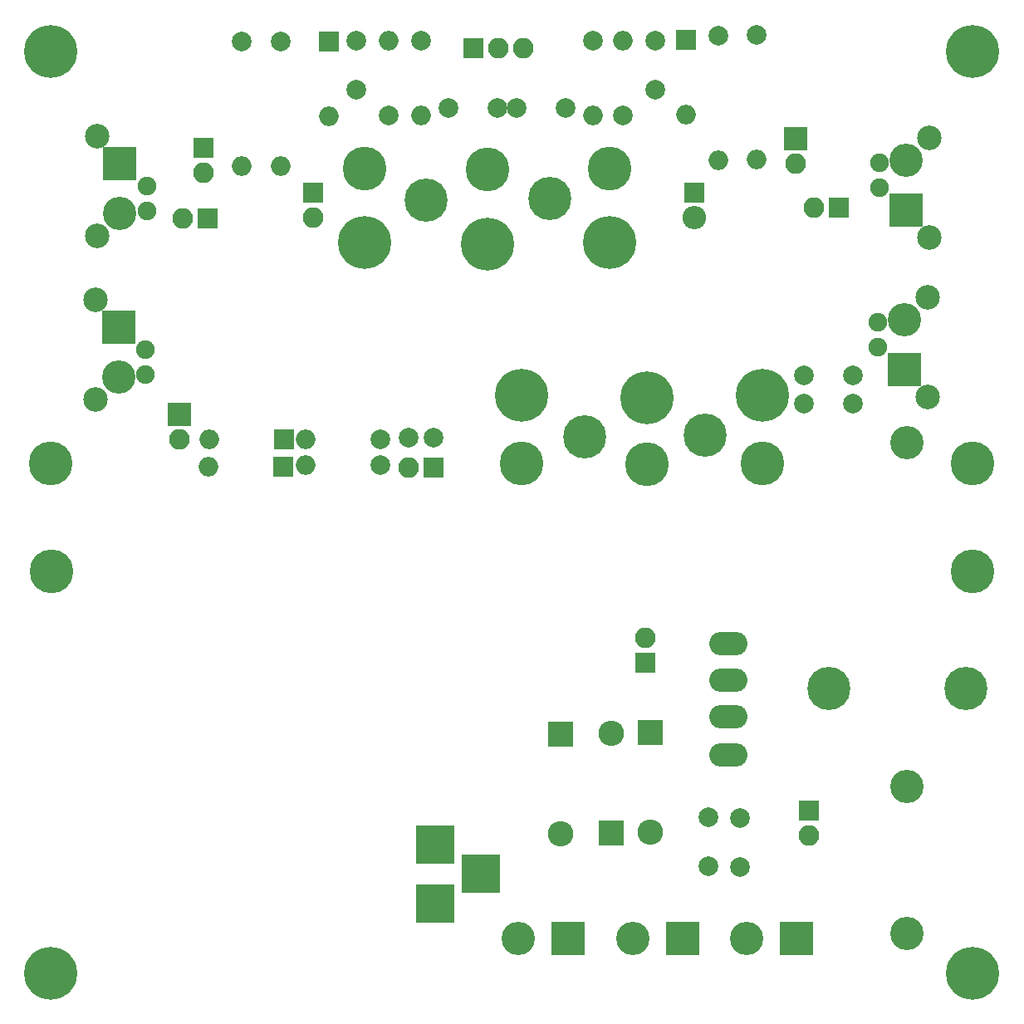
<source format=gbr>
G04 #@! TF.FileFunction,Soldermask,Bot*
%FSLAX46Y46*%
G04 Gerber Fmt 4.6, Leading zero omitted, Abs format (unit mm)*
G04 Created by KiCad (PCBNEW 4.0.7) date 03/16/19 10:05:14*
%MOMM*%
%LPD*%
G01*
G04 APERTURE LIST*
%ADD10C,0.100000*%
%ADD11C,1.900000*%
%ADD12C,2.500000*%
%ADD13R,3.400000X3.400000*%
%ADD14C,3.400000*%
%ADD15C,2.000000*%
%ADD16O,2.000000X2.000000*%
%ADD17C,4.464000*%
%ADD18C,5.400000*%
%ADD19C,4.400000*%
%ADD20R,2.100000X2.100000*%
%ADD21O,2.100000X2.100000*%
%ADD22R,2.000000X2.000000*%
%ADD23R,2.400000X2.400000*%
%ADD24O,2.400000X2.400000*%
%ADD25R,2.600000X2.600000*%
%ADD26O,2.600000X2.600000*%
%ADD27O,3.900000X2.400000*%
%ADD28R,3.900000X3.900000*%
G04 APERTURE END LIST*
D10*
D11*
X52766000Y-56769000D03*
X52766000Y-59309000D03*
D12*
X47686000Y-61849000D03*
X47686000Y-51689000D03*
D13*
X50038000Y-54483000D03*
D14*
X50038000Y-59563000D03*
D13*
X95758000Y-133477000D03*
D14*
X90678000Y-133477000D03*
D15*
X111023400Y-41414700D03*
D16*
X111023400Y-54114700D03*
D17*
X100000000Y-55000000D03*
D18*
X75000000Y-62500000D03*
D19*
X81216500Y-58229500D03*
D18*
X91008000Y-78064000D03*
D19*
X97409000Y-82296000D03*
D18*
X100000000Y-62500000D03*
D19*
X93853000Y-58039000D03*
D18*
X115508000Y-78064000D03*
D19*
X109728000Y-82169000D03*
D17*
X75000000Y-55000000D03*
X91008000Y-85064000D03*
D18*
X43000000Y-43000000D03*
X137000000Y-43000000D03*
X43000000Y-137000000D03*
X137000000Y-137000000D03*
D17*
X115508000Y-85064000D03*
X87515700Y-55029100D03*
D18*
X87477600Y-62687200D03*
X103733600Y-78384400D03*
D17*
X103759000Y-85090000D03*
D15*
X74168000Y-41910000D03*
X74168000Y-46910000D03*
X83566000Y-48768000D03*
X88566000Y-48768000D03*
X104648000Y-41910000D03*
X104648000Y-46910000D03*
X95504000Y-48768000D03*
X90504000Y-48768000D03*
D20*
X86106000Y-42672000D03*
D21*
X88646000Y-42672000D03*
X91186000Y-42672000D03*
D15*
X77470000Y-49530000D03*
D16*
X77470000Y-41910000D03*
D15*
X80772000Y-41910000D03*
D16*
X80772000Y-49530000D03*
D15*
X101346000Y-49530000D03*
D16*
X101346000Y-41910000D03*
D15*
X98298000Y-41910000D03*
D16*
X98298000Y-49530000D03*
D22*
X71323200Y-42062400D03*
D16*
X71323200Y-49682400D03*
D22*
X107746800Y-41833800D03*
D16*
X107746800Y-49453800D03*
D20*
X58547000Y-52832000D03*
D21*
X58547000Y-55372000D03*
D23*
X118935500Y-51943000D03*
D21*
X118935500Y-54483000D03*
D23*
X56134000Y-80010000D03*
D21*
X56134000Y-82550000D03*
D20*
X82042000Y-85471000D03*
D21*
X79502000Y-85471000D03*
D15*
X76581000Y-85217000D03*
D16*
X68961000Y-85217000D03*
D22*
X66802000Y-82550000D03*
D16*
X59182000Y-82550000D03*
D22*
X66675000Y-85344000D03*
D16*
X59055000Y-85344000D03*
D15*
X79502000Y-82423000D03*
X82002000Y-82423000D03*
X76581000Y-82550000D03*
D16*
X68961000Y-82550000D03*
D20*
X69735700Y-57416700D03*
D21*
X69735700Y-59956700D03*
D20*
X108597700Y-57467500D03*
D24*
X108597700Y-60007500D03*
D15*
X114947700Y-41338500D03*
D16*
X114947700Y-54038500D03*
D15*
X66446400Y-42024300D03*
D16*
X66446400Y-54724300D03*
D15*
X62484000Y-41986200D03*
D16*
X62484000Y-54686200D03*
D13*
X118999000Y-133477000D03*
D14*
X113919000Y-133477000D03*
D15*
X119773700Y-76060300D03*
X124773700Y-76060300D03*
X119773700Y-78955900D03*
X124773700Y-78955900D03*
X110045500Y-126111000D03*
X110045500Y-121111000D03*
X113284000Y-126174500D03*
X113284000Y-121174500D03*
D13*
X107442000Y-133477000D03*
D14*
X102362000Y-133477000D03*
D20*
X103568500Y-105346500D03*
D21*
X103568500Y-102806500D03*
D25*
X104076500Y-112458500D03*
D26*
X104076500Y-122618500D03*
D25*
X94996000Y-112649000D03*
D26*
X94996000Y-122809000D03*
D25*
X100139500Y-122682000D03*
D26*
X100139500Y-112522000D03*
D27*
X112077500Y-110843000D03*
X112077500Y-114793000D03*
X112077500Y-107093000D03*
X112077500Y-103393000D03*
D28*
X82169000Y-123888500D03*
X82169000Y-129888500D03*
X86869000Y-126888500D03*
D20*
X120269000Y-120396000D03*
D21*
X120269000Y-122936000D03*
D14*
X130302000Y-117950000D03*
X130302000Y-132950000D03*
X130302000Y-82950000D03*
D19*
X122302000Y-107950000D03*
X136302000Y-107950000D03*
D11*
X52639000Y-73406000D03*
X52639000Y-75946000D03*
D12*
X47559000Y-78486000D03*
X47559000Y-68326000D03*
D13*
X49911000Y-71120000D03*
D14*
X49911000Y-76200000D03*
D11*
X127447000Y-56896000D03*
X127447000Y-54356000D03*
D12*
X132527000Y-51816000D03*
X132527000Y-61976000D03*
D13*
X130175000Y-59182000D03*
D14*
X130175000Y-54102000D03*
D11*
X127320000Y-73152000D03*
X127320000Y-70612000D03*
D12*
X132400000Y-68072000D03*
X132400000Y-78232000D03*
D13*
X130048000Y-75438000D03*
D14*
X130048000Y-70358000D03*
D17*
X137000000Y-85000000D03*
X43000000Y-85000000D03*
X43053000Y-96012000D03*
X137000000Y-96000000D03*
D20*
X58991500Y-60071000D03*
D21*
X56451500Y-60071000D03*
D20*
X123317000Y-58928000D03*
D21*
X120777000Y-58928000D03*
M02*

</source>
